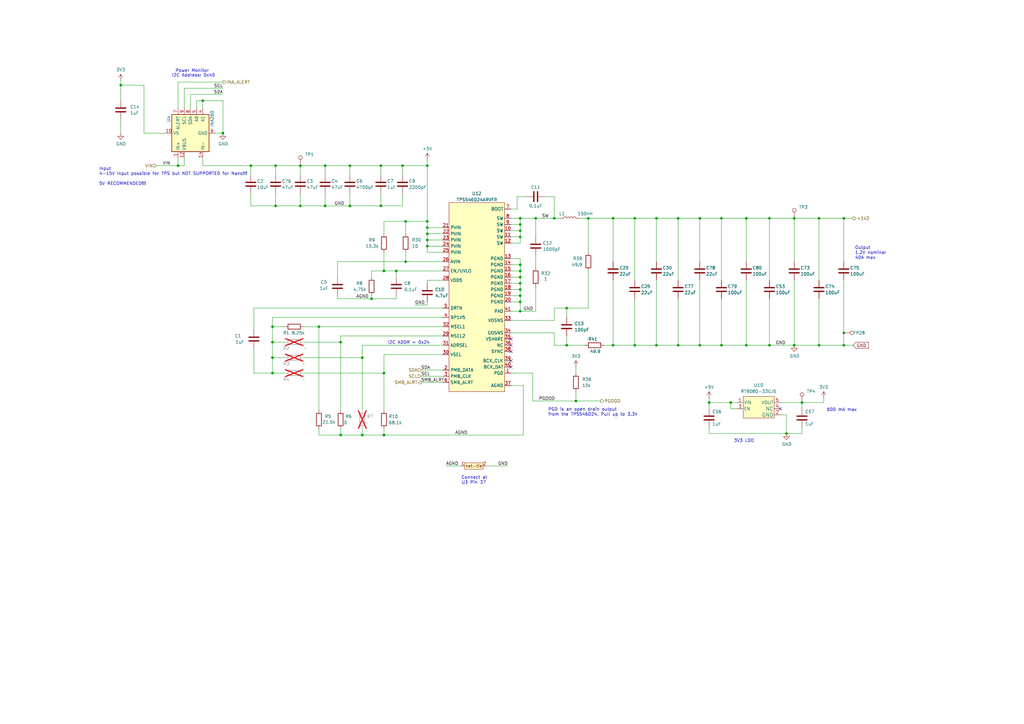
<source format=kicad_sch>
(kicad_sch (version 20231120) (generator "eeschema") (generator_version "8.0")
  (paper "A3")
  (title_block (title "BitForgeNano") (date "2024-06-21") (rev "1.0") (comment 1 "Licensed under CERN-OHL-W version 2"))
  (lib_symbols
    (symbol "+5V_1" (power) (pin_numbers hide) (pin_names (offset 0) hide)
      (property "Value" "+5V" (at 0 3.556 0))
      (symbol "+5V_1_0_1"
        (polyline (pts (xy -0.762 1.27) (xy 0 2.54)))
        (polyline (pts (xy 0 0) (xy 0 2.54)))
        (polyline (pts (xy 0 2.54) (xy 0.762 1.27)))
      )
      (symbol "+5V_1_1_1"
        (pin power_in line (at 0 0 90) (length 0) (name "~") (number "1"))
      )
    )
    (symbol "BitForgeNano:+3V3_1" (power) (pin_numbers hide) (pin_names (offset 0) hide)
      (property "Value" "+3V3" (at 0 3.556 0))
      (symbol "+3V3_1_0_1"
        (polyline (pts (xy -0.762 1.27) (xy 0 2.54)))
        (polyline (pts (xy 0 0) (xy 0 2.54)))
        (polyline (pts (xy 0 2.54) (xy 0.762 1.27)))
      )
      (symbol "+3V3_1_1_1"
        (pin power_in line (at 0 0 90) (length 0) (name "~") (number "1"))
      )
    )
    (symbol "BitForgeNano:C" (pin_numbers hide) (pin_names (offset 0.254))
      (property "Reference" "C" (at 0.635 2.54 0))
      (property "Value" "C" (at 0.635 -2.54 0))
      (symbol "C_0_1"
        (polyline (pts (xy -2.032 -0.762) (xy 2.032 -0.762)) (stroke (width 0.508)))
        (polyline (pts (xy -2.032 0.762) (xy 2.032 0.762)) (stroke (width 0.508)))
      )
      (symbol "C_1_1"
        (pin passive line (at 0 3.81 270) (length 2.794) (name "~") (number "1"))
        (pin passive line (at 0 -3.81 90) (length 2.794) (name "~") (number "2"))
      )
    )
    (symbol "BitForgeNano:GND" (power) (pin_numbers hide) (pin_names (offset 0) hide)
      (property "Value" "GND" (at 0 -3.81 0))
      (symbol "GND_0_1"
        (polyline (pts (xy 0 0) (xy 0 -1.27) (xy 1.27 -1.27) (xy 0 -2.54) (xy -1.27 -1.27) (xy 0 -1.27)))
      )
      (symbol "GND_1_1"
        (pin power_in line (at 0 0 270) (length 0) (name "~") (number "1"))
      )
    )
    (symbol "BitForgeNano:INA260"
      (property "Reference" "U" (at -6.35 8.89 0))
      (property "Value" "INA260" (at 2.54 8.89 0))
      (symbol "INA260_0_1"
        (rectangle (start -7.62 7.62) (end 7.62 -7.62) (stroke (width 0.254)) (fill (type background)))
      )
      (symbol "INA260_1_1"
        (pin passive line (at -10.16 5.08 0) (length 2.54) (name "IN+") (number "1"))
        (pin power_in line (at 0 10.16 270) (length 2.54) (name "VS") (number "10"))
        (pin passive line (at 0 -10.16 90) (length 2.54) hide (name "GND") (number "11"))
        (pin passive line (at -10.16 2.54 0) (length 2.54) (name "VBUS") (number "12"))
        (pin no_connect line (at 2.54 -7.62 90) (length 2.54) hide (name "NC") (number "13"))
        (pin passive line (at -10.16 -5.08 0) (length 2.54) (name "IN-") (number "14"))
        (pin passive line (at -10.16 -5.08 0) (length 2.54) hide (name "IN-") (number "15"))
        (pin passive line (at -10.16 -5.08 0) (length 2.54) hide (name "IN-") (number "16"))
        (pin passive line (at -10.16 5.08 0) (length 2.54) hide (name "IN+") (number "2"))
        (pin passive line (at -10.16 5.08 0) (length 2.54) hide (name "IN+") (number "3"))
        (pin input line (at 10.16 -5.08 180) (length 2.54) (name "A1") (number "4"))
        (pin input line (at 10.16 -2.54 180) (length 2.54) (name "A0") (number "5"))
        (pin power_in line (at 0 -10.16 90) (length 2.54) (name "GND") (number "6"))
        (pin open_collector line (at 10.16 5.08 180) (length 2.54) (name "ALERT") (number "7"))
        (pin bidirectional line (at 10.16 0 180) (length 2.54) (name "SDA") (number "8"))
        (pin input line (at 10.16 2.54 180) (length 2.54) (name "SCL") (number "9"))
      )
    )
    (symbol "BitForgeNano:L" (pin_numbers hide) (pin_names (offset 1.016) hide)
      (property "Reference" "L" (at -1.27 0 90))
      (property "Value" "L" (at 1.905 0 90))
      (symbol "L_0_1"
        (arc (start 0 -2.54) (mid 0.6323 -1.905) (end 0 -1.27))
        (arc (start 0 -1.27) (mid 0.6323 -0.635) (end 0 0))
        (arc (start 0 0) (mid 0.6323 0.635) (end 0 1.27))
        (arc (start 0 1.27) (mid 0.6323 1.905) (end 0 2.54))
      )
      (symbol "L_1_1"
        (pin passive line (at 0 3.81 270) (length 1.27) (name "1") (number "1"))
        (pin passive line (at 0 -3.81 90) (length 1.27) (name "2") (number "2"))
      )
    )
    (symbol "BitForgeNano:R" (pin_numbers hide) (pin_names (offset 0))
      (property "Reference" "R" (at 2.032 0 90))
      (property "Value" "R" (at 0 0 90))
      (symbol "R_0_1"
        (rectangle (start -1.016 -2.54) (end 1.016 2.54) (stroke (width 0.254)))
      )
      (symbol "R_1_1"
        (pin passive line (at 0 3.81 270) (length 1.27) (name "~") (number "1"))
        (pin passive line (at 0 -3.81 90) (length 1.27) (name "~") (number "2"))
      )
    )
    (symbol "BitForgeNano:RT9080-33GJ5" (pin_names (offset 0.254))
      (property "Reference" "U2" (at 0 8.382 0))
      (property "Value" "RT9080-33GJ5" (at 0 5.842 0))
      (symbol "RT9080-33GJ5_1_1"
        (rectangle (start -6.35 3.81) (end 6.35 -5.08) (stroke (width 0.1524)) (fill (type background)))
        (pin power_in line (at -8.89 1.27 0) (length 2.54) (name "VIN") (number "1"))
        (pin power_in line (at 8.89 -3.81 180) (length 2.54) (name "GND") (number "2"))
        (pin input line (at -8.89 -1.27 0) (length 2.54) (name "EN") (number "3"))
        (pin power_in line (at 8.89 -1.27 180) (length 2.54) (name "NC") (number "4"))
        (pin output line (at 8.89 1.27 180) (length 2.54) (name "VOUT") (number "5"))
      )
    )
    (symbol "BitForgeNano:TPS546D24"
      (property "Reference" "U10" (at 0 45.72 0))
      (property "Value" "TPS546D24ARVFR" (at 0 43.18 0))
      (symbol "TPS546D24_0_1"
        (rectangle (start -11.43 41.91) (end 11.43 -35.56) (stroke (width 0.1524)) (fill (type background)))
      )
      (symbol "TPS546D24_1_1"
        (pin input line (at 13.97 -27.94 180) (length 2.54) (name "PGD") (number "1"))
        (pin power_in line (at 13.97 30.48 180) (length 2.54) (name "SW") (number "10"))
        (pin output line (at 13.97 27.94 180) (length 2.54) (name "SW") (number "11"))
        (pin power_out line (at 13.97 25.4 180) (length 2.54) (name "SW") (number "12"))
        (pin output line (at 13.97 19.05 180) (length 2.54) (name "PGND") (number "13"))
        (pin output line (at 13.97 16.51 180) (length 2.54) (name "PGND") (number "14"))
        (pin input line (at 13.97 13.97 180) (length 2.54) (name "PGND") (number "15"))
        (pin input line (at 13.97 11.43 180) (length 2.54) (name "PGND") (number "16"))
        (pin power_in line (at 13.97 8.89 180) (length 2.54) (name "PGND") (number "17"))
        (pin input line (at 13.97 6.35 180) (length 2.54) (name "PGND") (number "18"))
        (pin input line (at 13.97 3.81 180) (length 2.54) (name "PGND") (number "19"))
        (pin input line (at -13.97 -26.67 0) (length 2.54) (name "PMB_DATA") (number "2"))
        (pin power_in line (at 13.97 1.27 180) (length 2.54) (name "PGND") (number "20"))
        (pin input line (at -13.97 31.75 0) (length 2.54) (name "PVIN") (number "21"))
        (pin input line (at -13.97 29.21 0) (length 2.54) (name "PVIN") (number "22"))
        (pin input line (at -13.97 26.67 0) (length 2.54) (name "PVIN") (number "23"))
        (pin input line (at -13.97 24.13 0) (length 2.54) (name "PVIN") (number "24"))
        (pin input line (at -13.97 21.59 0) (length 2.54) (name "PVIN") (number "25"))
        (pin input line (at -13.97 17.78 0) (length 2.54) (name "AVIN") (number "26"))
        (pin input line (at -13.97 13.97 0) (length 2.54) (name "EN/UVLO") (number "27"))
        (pin output line (at -13.97 10.16 0) (length 2.54) (name "VDD5") (number "28"))
        (pin input line (at -13.97 -12.7 0) (length 2.54) (name "MSEL2") (number "29"))
        (pin input line (at -13.97 -29.21 0) (length 2.54) (name "PMB_CLK") (number "3"))
        (pin input line (at -13.97 -20.32 0) (length 2.54) (name "VSEL") (number "30"))
        (pin input line (at -13.97 -16.51 0) (length 2.54) (name "ADRSEL") (number "31"))
        (pin input line (at -13.97 -8.89 0) (length 2.54) (name "MSEL1") (number "32"))
        (pin output line (at 13.97 -6.35 180) (length 2.54) (name "VOSNS") (number "33"))
        (pin output line (at 13.97 -11.43 180) (length 2.54) (name "GOSNS") (number "34"))
        (pin input line (at 13.97 -13.97 180) (length 2.54) (name "VSHARE") (number "35"))
        (pin input line (at 13.97 -16.51 180) (length 2.54) (name "NC") (number "36"))
        (pin power_in line (at 13.97 -33.02 180) (length 2.54) (name "AGND") (number "37"))
        (pin input line (at 13.97 -19.05 180) (length 2.54) (name "SYNC") (number "38"))
        (pin input line (at 13.97 -22.86 180) (length 2.54) (name "BCX_CLK") (number "39"))
        (pin input line (at -13.97 -5.08 0) (length 2.54) (name "BP1V5") (number "4"))
        (pin input line (at 13.97 -25.4 180) (length 2.54) (name "BCX_DAT") (number "40"))
        (pin power_in line (at 13.97 -2.54 180) (length 2.54) (name "PAD") (number "41"))
        (pin input line (at -13.97 -1.27 0) (length 2.54) (name "DRTN") (number "5"))
        (pin input line (at -13.97 -31.75 0) (length 2.54) (name "SMB_ALRT") (number "6"))
        (pin input line (at 13.97 39.37 180) (length 2.54) (name "BOOT") (number "7"))
        (pin output line (at 13.97 35.56 180) (length 2.54) (name "SW") (number "8"))
        (pin power_in line (at 13.97 33.02 180) (length 2.54) (name "SW") (number "9"))
      )
    )
    (symbol "BitForgeNano:TestPoint" (pin_numbers hide) (pin_names (offset 0.762) hide)
      (property "Reference" "TP" (at 0 6.858 0))
      (property "Value" "TestPoint" (at 0 5.08 0))
      (symbol "TestPoint_0_1"
        (circle (center 0 3.302) (radius 0.762))
      )
      (symbol "TestPoint_1_1"
        (pin passive line (at 0 0 90) (length 2.54) (name "1") (number "1"))
      )
    )
    (symbol "BitForgeNano:net-tie"
      (symbol "net-tie_0_1"
        (rectangle (start -3.81 1.27) (end 3.81 -1.27) (stroke (width 0.1524)) (fill (type background)))
      )
      (symbol "net-tie_1_0"
        (pin bidirectional line (at -5.08 0 0) (length 1.27) (name "") (number "1"))
        (pin bidirectional line (at 5.08 0 180) (length 1.27) (name "") (number "2"))
      )
      (symbol "net-tie_1_1"
        (text "net-tie" (at 0 0 0) (effects (font (size 1.27 1.27))))
      )
    )
  )
  (junction (at 290.83 165.1))
  (junction (at 335.915 141.605))
  (junction (at 213.36 121.285))
  (junction (at 269.24 141.605))
  (junction (at 157.48 111.125))
  (junction (at 111.76 153.035))
  (junction (at 241.3 89.535))
  (junction (at 143.51 84.455))
  (junction (at 322.58 177.8))
  (junction (at 306.07 89.535))
  (junction (at 157.48 153.035))
  (junction (at 123.19 67.945))
  (junction (at 346.075 141.605))
  (junction (at 213.36 92.075))
  (junction (at 83.185 41.275))
  (junction (at 328.93 165.1))
  (junction (at 133.35 84.455))
  (junction (at 175.26 93.345))
  (junction (at 325.755 89.535))
  (junction (at 148.59 146.685))
  (junction (at 162.56 111.125))
  (junction (at 139.7 178.435))
  (junction (at 251.46 141.605))
  (junction (at 111.76 146.685))
  (junction (at 213.36 116.205))
  (junction (at 213.36 89.535))
  (junction (at 165.1 67.945))
  (junction (at 113.03 67.945))
  (junction (at 278.13 141.605))
  (junction (at 133.35 67.945))
  (junction (at 152.4 122.555))
  (junction (at 113.03 84.455))
  (junction (at 287.02 89.535))
  (junction (at 213.36 97.155))
  (junction (at 213.36 118.745))
  (junction (at 139.7 140.335))
  (junction (at 213.36 127.635))
  (junction (at 278.13 89.535))
  (junction (at 315.595 89.535))
  (junction (at 175.26 95.885))
  (junction (at 346.075 89.535))
  (junction (at 213.36 111.125))
  (junction (at 166.37 90.805))
  (junction (at 73.025 67.945))
  (junction (at 166.37 107.315))
  (junction (at 325.755 141.605))
  (junction (at 232.41 126.365))
  (junction (at 295.91 89.535))
  (junction (at 299.72 165.1))
  (junction (at 175.26 98.425))
  (junction (at 123.19 84.455))
  (junction (at 148.59 178.435))
  (junction (at 251.46 89.535))
  (junction (at 156.21 67.945))
  (junction (at 175.26 67.945))
  (junction (at 232.41 141.605))
  (junction (at 346.075 136.525))
  (junction (at 295.91 141.605))
  (junction (at 157.48 178.435))
  (junction (at 213.36 123.825))
  (junction (at 219.71 89.535))
  (junction (at 213.36 94.615))
  (junction (at 269.24 89.535))
  (junction (at 111.76 140.335))
  (junction (at 315.595 141.605))
  (junction (at 213.36 113.665))
  (junction (at 260.35 89.535))
  (junction (at 175.26 100.965))
  (junction (at 213.36 108.585))
  (junction (at 227.33 89.535))
  (junction (at 130.81 133.985))
  (junction (at 49.53 34.925))
  (junction (at 156.21 84.455))
  (junction (at 175.26 90.805))
  (junction (at 102.87 67.945))
  (junction (at 111.76 133.985))
  (junction (at 287.02 141.605))
  (junction (at 306.07 141.605))
  (junction (at 143.51 67.945))
  (junction (at 335.915 89.535))
  (junction (at 260.35 141.605))
  (junction (at 91.44 54.61))
  (junction (at 236.22 164.465))
  (no_connect (at 320.04 167.64))
  (no_connect (at 209.55 147.955))
  (no_connect (at 209.55 141.605))
  (no_connect (at 209.55 139.065))
  (no_connect (at 209.55 144.145))
  (no_connect (at 209.55 150.495))
  (wire (pts (xy 287.02 114.935) (xy 287.02 141.605)))
  (wire (pts (xy 130.81 175.895) (xy 130.81 178.435)))
  (wire (pts (xy 59.055 34.925) (xy 59.055 54.61)))
  (wire (pts (xy 320.04 170.18) (xy 322.58 170.18)))
  (wire (pts (xy 232.41 126.365) (xy 241.3 126.365)))
  (wire (pts (xy 80.645 44.45) (xy 80.645 41.275)))
  (wire (pts (xy 148.59 175.895) (xy 148.59 178.435)))
  (wire (pts (xy 130.81 133.985) (xy 130.81 168.275)))
  (wire (pts (xy 278.13 89.535) (xy 287.02 89.535)))
  (wire (pts (xy 237.49 89.535) (xy 241.3 89.535)))
  (wire (pts (xy 290.83 165.1) (xy 299.72 165.1)))
  (wire (pts (xy 166.37 90.805) (xy 175.26 90.805)))
  (wire (pts (xy 213.36 121.285) (xy 213.36 123.825)))
  (wire (pts (xy 166.37 103.505) (xy 166.37 107.315)))
  (wire (pts (xy 213.36 97.155) (xy 213.36 94.615)))
  (wire (pts (xy 139.7 178.435) (xy 148.59 178.435)))
  (wire (pts (xy 166.37 95.885) (xy 166.37 90.805)))
  (wire (pts (xy 260.35 89.535) (xy 260.35 114.935)))
  (wire (pts (xy 138.43 122.555) (xy 152.4 122.555)))
  (wire (pts (xy 290.83 165.1) (xy 290.83 167.64)))
  (wire (pts (xy 219.71 117.475) (xy 219.71 127.635)))
  (wire (pts (xy 113.03 84.455) (xy 123.19 84.455)))
  (wire (pts (xy 124.46 146.685) (xy 148.59 146.685)))
  (wire (pts (xy 175.26 114.935) (xy 181.61 114.935)))
  (wire (pts (xy 104.14 126.365) (xy 181.61 126.365)))
  (wire (pts (xy 157.48 153.035) (xy 157.48 168.275)))
  (wire (pts (xy 209.55 111.125) (xy 213.36 111.125)))
  (wire (pts (xy 113.03 79.375) (xy 113.03 84.455)))
  (wire (pts (xy 182.88 191.135) (xy 189.23 191.135)))
  (wire (pts (xy 227.33 141.605) (xy 232.41 141.605)))
  (wire (pts (xy 162.56 121.285) (xy 162.56 122.555)))
  (wire (pts (xy 157.48 111.125) (xy 162.56 111.125)))
  (wire (pts (xy 269.24 89.535) (xy 269.24 107.315)))
  (wire (pts (xy 209.55 116.205) (xy 213.36 116.205)))
  (wire (pts (xy 209.55 158.115) (xy 214.63 158.115)))
  (wire (pts (xy 295.91 122.555) (xy 295.91 141.605)))
  (wire (pts (xy 148.59 141.605) (xy 181.61 141.605)))
  (wire (pts (xy 111.76 153.035) (xy 116.84 153.035)))
  (wire (pts (xy 218.44 164.465) (xy 236.22 164.465)))
  (wire (pts (xy 346.075 89.535) (xy 346.075 107.315)))
  (wire (pts (xy 251.46 89.535) (xy 251.46 107.315)))
  (wire (pts (xy 315.595 89.535) (xy 325.755 89.535)))
  (wire (pts (xy 170.18 125.095) (xy 175.26 125.095)))
  (wire (pts (xy 113.03 67.945) (xy 113.03 71.755)))
  (wire (pts (xy 172.72 154.305) (xy 181.61 154.305)))
  (wire (pts (xy 219.71 127.635) (xy 213.36 127.635)))
  (wire (pts (xy 148.59 178.435) (xy 157.48 178.435)))
  (wire (pts (xy 157.48 111.125) (xy 152.4 111.125)))
  (wire (pts (xy 175.26 98.425) (xy 181.61 98.425)))
  (wire (pts (xy 156.21 79.375) (xy 156.21 84.455)))
  (wire (pts (xy 251.46 89.535) (xy 260.35 89.535)))
  (wire (pts (xy 175.26 100.965) (xy 181.61 100.965)))
  (wire (pts (xy 325.755 107.315) (xy 325.755 89.535)))
  (wire (pts (xy 133.35 67.945) (xy 133.35 71.755)))
  (wire (pts (xy 209.55 106.045) (xy 213.36 106.045)))
  (wire (pts (xy 49.53 33.02) (xy 49.53 34.925)))
  (wire (pts (xy 290.83 177.8) (xy 290.83 175.26)))
  (wire (pts (xy 138.43 107.315) (xy 166.37 107.315)))
  (wire (pts (xy 236.22 164.465) (xy 246.38 164.465)))
  (wire (pts (xy 156.21 67.945) (xy 156.21 71.755)))
  (wire (pts (xy 346.075 136.525) (xy 346.075 141.605)))
  (wire (pts (xy 175.26 123.825) (xy 175.26 125.095)))
  (wire (pts (xy 102.87 67.945) (xy 113.03 67.945)))
  (wire (pts (xy 213.36 106.045) (xy 213.36 108.585)))
  (wire (pts (xy 75.565 36.195) (xy 91.44 36.195)))
  (wire (pts (xy 139.7 175.895) (xy 139.7 178.435)))
  (wire (pts (xy 315.595 89.535) (xy 315.595 114.935)))
  (wire (pts (xy 335.915 89.535) (xy 346.075 89.535)))
  (wire (pts (xy 227.33 131.445) (xy 227.33 126.365)))
  (wire (pts (xy 143.51 79.375) (xy 143.51 84.455)))
  (wire (pts (xy 75.565 64.77) (xy 75.565 67.945)))
  (wire (pts (xy 156.21 67.945) (xy 165.1 67.945)))
  (wire (pts (xy 209.55 99.695) (xy 213.36 99.695)))
  (wire (pts (xy 278.13 122.555) (xy 278.13 141.605)))
  (wire (pts (xy 306.07 114.935) (xy 306.07 141.605)))
  (wire (pts (xy 181.61 103.505) (xy 175.26 103.505)))
  (wire (pts (xy 133.35 84.455) (xy 143.51 84.455)))
  (wire (pts (xy 130.81 178.435) (xy 139.7 178.435)))
  (wire (pts (xy 83.185 64.77) (xy 83.185 67.945)))
  (wire (pts (xy 111.76 140.335) (xy 111.76 146.685)))
  (wire (pts (xy 49.53 34.925) (xy 59.055 34.925)))
  (wire (pts (xy 111.76 130.175) (xy 111.76 133.985)))
  (wire (pts (xy 130.81 133.985) (xy 181.61 133.985)))
  (wire (pts (xy 138.43 121.285) (xy 138.43 122.555)))
  (wire (pts (xy 218.44 153.035) (xy 218.44 164.465)))
  (wire (pts (xy 241.3 89.535) (xy 241.3 103.505)))
  (wire (pts (xy 175.26 95.885) (xy 175.26 98.425)))
  (wire (pts (xy 260.35 141.605) (xy 269.24 141.605)))
  (wire (pts (xy 175.26 67.945) (xy 175.26 90.805)))
  (wire (pts (xy 212.09 85.725) (xy 212.09 80.645)))
  (wire (pts (xy 148.59 141.605) (xy 148.59 146.685)))
  (wire (pts (xy 133.35 67.945) (xy 143.51 67.945)))
  (wire (pts (xy 325.755 89.535) (xy 335.915 89.535)))
  (wire (pts (xy 157.48 175.895) (xy 157.48 178.435)))
  (wire (pts (xy 299.72 165.1) (xy 302.26 165.1)))
  (wire (pts (xy 213.36 111.125) (xy 213.36 113.665)))
  (wire (pts (xy 209.55 108.585) (xy 213.36 108.585)))
  (wire (pts (xy 213.36 99.695) (xy 213.36 97.155)))
  (wire (pts (xy 213.36 116.205) (xy 213.36 118.745)))
  (wire (pts (xy 227.33 126.365) (xy 232.41 126.365)))
  (wire (pts (xy 175.26 95.885) (xy 181.61 95.885)))
  (wire (pts (xy 175.26 65.405) (xy 175.26 67.945)))
  (wire (pts (xy 269.24 141.605) (xy 278.13 141.605)))
  (wire (pts (xy 251.46 141.605) (xy 260.35 141.605)))
  (wire (pts (xy 143.51 84.455) (xy 156.21 84.455)))
  (wire (pts (xy 213.36 94.615) (xy 213.36 92.075)))
  (wire (pts (xy 251.46 114.935) (xy 251.46 141.605)))
  (wire (pts (xy 236.22 160.655) (xy 236.22 164.465)))
  (wire (pts (xy 213.36 123.825) (xy 209.55 123.825)))
  (wire (pts (xy 306.07 89.535) (xy 315.595 89.535)))
  (wire (pts (xy 287.02 141.605) (xy 295.91 141.605)))
  (wire (pts (xy 199.39 191.135) (xy 208.28 191.135)))
  (wire (pts (xy 143.51 67.945) (xy 143.51 71.755)))
  (wire (pts (xy 73.025 44.45) (xy 73.025 33.655)))
  (wire (pts (xy 181.61 130.175) (xy 111.76 130.175)))
  (wire (pts (xy 111.76 133.985) (xy 116.84 133.985)))
  (wire (pts (xy 175.26 93.345) (xy 181.61 93.345)))
  (wire (pts (xy 315.595 141.605) (xy 325.755 141.605)))
  (wire (pts (xy 88.265 54.61) (xy 91.44 54.61)))
  (wire (pts (xy 209.55 118.745) (xy 213.36 118.745)))
  (wire (pts (xy 346.075 114.935) (xy 346.075 136.525)))
  (wire (pts (xy 123.19 79.375) (xy 123.19 84.455)))
  (wire (pts (xy 156.21 84.455) (xy 165.1 84.455)))
  (wire (pts (xy 111.76 146.685) (xy 116.84 146.685)))
  (wire (pts (xy 152.4 121.285) (xy 152.4 122.555)))
  (wire (pts (xy 64.135 67.945) (xy 73.025 67.945)))
  (wire (pts (xy 175.26 90.805) (xy 175.26 93.345)))
  (wire (pts (xy 148.59 146.685) (xy 148.59 168.275)))
  (wire (pts (xy 175.26 98.425) (xy 175.26 100.965)))
  (wire (pts (xy 104.14 153.035) (xy 111.76 153.035)))
  (wire (pts (xy 227.33 136.525) (xy 227.33 141.605)))
  (wire (pts (xy 73.025 64.77) (xy 73.025 67.945)))
  (wire (pts (xy 157.48 103.505) (xy 157.48 111.125)))
  (wire (pts (xy 102.87 71.755) (xy 102.87 67.945)))
  (wire (pts (xy 166.37 107.315) (xy 181.61 107.315)))
  (wire (pts (xy 306.07 107.315) (xy 306.07 89.535)))
  (wire (pts (xy 278.13 141.605) (xy 287.02 141.605)))
  (wire (pts (xy 328.93 165.1) (xy 337.82 165.1)))
  (wire (pts (xy 157.48 95.885) (xy 157.48 90.805)))
  (wire (pts (xy 260.35 122.555) (xy 260.35 141.605)))
  (wire (pts (xy 172.72 151.765) (xy 181.61 151.765)))
  (wire (pts (xy 302.26 167.64) (xy 299.72 167.64)))
  (wire (pts (xy 295.91 141.605) (xy 306.07 141.605)))
  (wire (pts (xy 139.7 137.795) (xy 181.61 137.795)))
  (wire (pts (xy 91.44 41.275) (xy 91.44 54.61)))
  (wire (pts (xy 209.55 121.285) (xy 213.36 121.285)))
  (wire (pts (xy 143.51 67.945) (xy 156.21 67.945)))
  (wire (pts (xy 49.53 48.895) (xy 49.53 54.61)))
  (wire (pts (xy 320.04 165.1) (xy 328.93 165.1)))
  (wire (pts (xy 157.48 145.415) (xy 157.48 153.035)))
  (wire (pts (xy 49.53 34.925) (xy 49.53 41.275)))
  (wire (pts (xy 335.915 141.605) (xy 346.075 141.605)))
  (wire (pts (xy 157.48 178.435) (xy 214.63 178.435)))
  (wire (pts (xy 213.36 123.825) (xy 213.36 127.635)))
  (wire (pts (xy 124.46 133.985) (xy 130.81 133.985)))
  (wire (pts (xy 133.35 79.375) (xy 133.35 84.455)))
  (wire (pts (xy 209.55 153.035) (xy 218.44 153.035)))
  (wire (pts (xy 209.55 113.665) (xy 213.36 113.665)))
  (wire (pts (xy 83.185 41.275) (xy 91.44 41.275)))
  (wire (pts (xy 209.55 94.615) (xy 213.36 94.615)))
  (wire (pts (xy 138.43 113.665) (xy 138.43 107.315)))
  (wire (pts (xy 162.56 111.125) (xy 181.61 111.125)))
  (wire (pts (xy 299.72 167.64) (xy 299.72 165.1)))
  (wire (pts (xy 139.7 140.335) (xy 139.7 168.275)))
  (wire (pts (xy 236.22 153.035) (xy 236.22 150.495)))
  (wire (pts (xy 83.185 44.45) (xy 83.185 41.275)))
  (wire (pts (xy 223.52 80.645) (xy 227.33 80.645)))
  (wire (pts (xy 241.3 111.125) (xy 241.3 126.365)))
  (wire (pts (xy 214.63 158.115) (xy 214.63 178.435)))
  (wire (pts (xy 78.105 44.45) (xy 78.105 38.735)))
  (wire (pts (xy 337.82 163.195) (xy 337.82 165.1)))
  (wire (pts (xy 59.055 54.61) (xy 67.945 54.61)))
  (wire (pts (xy 290.83 177.8) (xy 322.58 177.8)))
  (wire (pts (xy 219.71 109.855) (xy 219.71 104.775)))
  (wire (pts (xy 102.87 84.455) (xy 113.03 84.455)))
  (wire (pts (xy 213.36 89.535) (xy 209.55 89.535)))
  (wire (pts (xy 139.7 137.795) (xy 139.7 140.335)))
  (wire (pts (xy 325.755 141.605) (xy 335.915 141.605)))
  (wire (pts (xy 247.65 141.605) (xy 251.46 141.605)))
  (wire (pts (xy 172.72 156.845) (xy 181.61 156.845)))
  (wire (pts (xy 152.4 111.125) (xy 152.4 113.665)))
  (wire (pts (xy 322.58 170.18) (xy 322.58 177.8)))
  (wire (pts (xy 213.36 118.745) (xy 213.36 121.285)))
  (wire (pts (xy 175.26 100.965) (xy 175.26 103.505)))
  (wire (pts (xy 278.13 89.535) (xy 278.13 114.935)))
  (wire (pts (xy 219.71 89.535) (xy 227.33 89.535)))
  (wire (pts (xy 111.76 140.335) (xy 116.84 140.335)))
  (wire (pts (xy 322.58 177.8) (xy 328.93 177.8)))
  (wire (pts (xy 232.41 141.605) (xy 240.03 141.605)))
  (wire (pts (xy 209.55 97.155) (xy 213.36 97.155)))
  (wire (pts (xy 232.41 137.795) (xy 232.41 141.605)))
  (wire (pts (xy 124.46 140.335) (xy 139.7 140.335)))
  (wire (pts (xy 306.07 141.605) (xy 315.595 141.605)))
  (wire (pts (xy 111.76 146.685) (xy 111.76 153.035)))
  (wire (pts (xy 75.565 44.45) (xy 75.565 36.195)))
  (wire (pts (xy 104.14 135.255) (xy 104.14 126.365)))
  (wire (pts (xy 209.55 127.635) (xy 213.36 127.635)))
  (wire (pts (xy 346.075 141.605) (xy 349.885 141.605)))
  (wire (pts (xy 175.26 116.205) (xy 175.26 114.935)))
  (wire (pts (xy 113.03 67.945) (xy 123.19 67.945)))
  (wire (pts (xy 209.55 85.725) (xy 212.09 85.725)))
  (wire (pts (xy 241.3 89.535) (xy 251.46 89.535)))
  (wire (pts (xy 328.93 165.1) (xy 328.93 167.64)))
  (wire (pts (xy 295.91 89.535) (xy 306.07 89.535)))
  (wire (pts (xy 73.025 33.655) (xy 91.44 33.655)))
  (wire (pts (xy 157.48 90.805) (xy 166.37 90.805)))
  (wire (pts (xy 209.55 136.525) (xy 227.33 136.525)))
  (wire (pts (xy 152.4 122.555) (xy 162.56 122.555)))
  (wire (pts (xy 73.025 67.945) (xy 75.565 67.945)))
  (wire (pts (xy 269.24 114.935) (xy 269.24 141.605)))
  (wire (pts (xy 295.91 89.535) (xy 295.91 114.935)))
  (wire (pts (xy 315.595 122.555) (xy 315.595 141.605)))
  (wire (pts (xy 213.36 89.535) (xy 219.71 89.535)))
  (wire (pts (xy 165.1 84.455) (xy 165.1 79.375)))
  (wire (pts (xy 260.35 89.535) (xy 269.24 89.535)))
  (wire (pts (xy 213.36 113.665) (xy 213.36 116.205)))
  (wire (pts (xy 349.885 89.535) (xy 346.075 89.535)))
  (wire (pts (xy 80.645 41.275) (xy 83.185 41.275)))
  (wire (pts (xy 328.93 175.26) (xy 328.93 177.8)))
  (wire (pts (xy 219.71 97.155) (xy 219.71 89.535)))
  (wire (pts (xy 227.33 89.535) (xy 229.87 89.535)))
  (wire (pts (xy 287.02 89.535) (xy 287.02 107.315)))
  (wire (pts (xy 325.755 114.935) (xy 325.755 141.605)))
  (wire (pts (xy 269.24 89.535) (xy 278.13 89.535)))
  (wire (pts (xy 209.55 131.445) (xy 227.33 131.445)))
  (wire (pts (xy 111.76 133.985) (xy 111.76 140.335)))
  (wire (pts (xy 335.915 89.535) (xy 335.915 114.935)))
  (wire (pts (xy 290.83 163.195) (xy 290.83 165.1)))
  (wire (pts (xy 78.105 38.735) (xy 91.44 38.735)))
  (wire (pts (xy 227.33 80.645) (xy 227.33 89.535)))
  (wire (pts (xy 287.02 89.535) (xy 295.91 89.535)))
  (wire (pts (xy 232.41 126.365) (xy 232.41 130.175)))
  (wire (pts (xy 102.87 79.375) (xy 102.87 84.455)))
  (wire (pts (xy 209.55 92.075) (xy 213.36 92.075)))
  (wire (pts (xy 212.09 80.645) (xy 215.9 80.645)))
  (wire (pts (xy 123.19 67.945) (xy 123.19 71.755)))
  (wire (pts (xy 104.14 142.875) (xy 104.14 153.035)))
  (wire (pts (xy 162.56 113.665) (xy 162.56 111.125)))
  (wire (pts (xy 175.26 93.345) (xy 175.26 95.885)))
  (wire (pts (xy 123.19 67.945) (xy 133.35 67.945)))
  (wire (pts (xy 165.1 67.945) (xy 165.1 71.755)))
  (wire (pts (xy 175.26 67.945) (xy 165.1 67.945)))
  (wire (pts (xy 335.915 122.555) (xy 335.915 141.605)))
  (wire (pts (xy 157.48 145.415) (xy 181.61 145.415)))
  (wire (pts (xy 213.36 92.075) (xy 213.36 89.535)))
  (wire (pts (xy 213.36 108.585) (xy 213.36 111.125)))
  (wire (pts (xy 123.19 84.455) (xy 133.35 84.455)))
  (wire (pts (xy 83.185 67.945) (xy 102.87 67.945)))
  (wire (pts (xy 124.46 153.035) (xy 157.48 153.035)))
  (text "3V3 LDO" (at 300.99 181.61 0) (effects (font (size 1.27 1.27)) (justify left bottom)))
  (text "PGD is an open drain output\nfrom the TPS546D24. Pull up to 3.3V" (at 224.79 170.815 0) (effects (font (size 1.27 1.27)) (justify left bottom)))
  (text "Output \n1.2V nominal\n40A max" (at 350.647 106.553 0) (effects (font (size 1.27 1.27)) (justify left bottom)))
  (text "I2C ADDR = 0x24" (at 159.004 141.351 0) (effects (font (size 1.27 1.27)) (justify left bottom)))
  (text "Connect at\nU3 Pin 37" (at 189.23 198.755 0) (effects (font (size 1.27 1.27)) (justify left bottom)))
  (text "600 mA max" (at 339.09 168.91 0) (effects (font (size 1.27 1.27)) (justify left bottom)))
  (text "I2C Address: 0x40" (at 88.265 31.75 0) (effects (font (size 1.27 1.27)) (justify right bottom)))
  (text "Power Monitor" (at 85.725 29.845 0) (effects (font (size 1.27 1.27)) (justify right bottom)))
  (text "Input \n4-15V Input possible for TPS but NOT SUPPORTED for Nano!!!\n\n5V RECOMMENDED!!!" (at 40.64 76.2 0) (effects (font (size 1.27 1.27)) (justify left bottom)))
  (label "GND" (at 208.28 191.135 180))
  (label "AGND" (at 182.88 191.135 0))
  (label "SW" (at 222.25 89.535 0))
  (label "SMB_ALRT" (at 172.72 156.845 0))
  (label "SDA" (at 172.72 151.765 0))
  (label "GND" (at 170.18 125.095 0))
  (label "SCL" (at 91.44 36.195 180))
  (label "AGND" (at 146.05 122.555 0))
  (label "GND" (at 214.63 127.635 0))
  (label "PGOOD" (at 220.98 164.465 0))
  (label "VIN" (at 66.675 67.945 0))
  (label "GND" (at 137.16 84.455 0))
  (label "AGND" (at 191.77 178.435 180))
  (label "GND" (at 318.135 141.605 0))
  (label "SDA" (at 91.44 38.735 180))
  (label "SCL" (at 172.72 154.305 0))
  (global_label "GND" (shape input) (at 349.885 141.605 0) (property "Intersheetrefs" "${INTERSHEET_REFS}" (effects (hide yes))))
  (hierarchical_label "SDA" (shape input) (at 172.72 151.765 180))
  (hierarchical_label "+1V2" (shape output) (at 349.885 89.535 0))
  (hierarchical_label "SMB_ALRT" (shape output) (at 172.72 156.845 180))
  (hierarchical_label "SCL" (shape input) (at 172.72 154.305 180))
  (hierarchical_label "PGOOD" (shape output) (at 246.38 164.465 0))
  (hierarchical_label "INA_ALERT" (shape output) (at 91.44 33.655 0))
  (hierarchical_label "VIN" (shape input) (at 64.135 67.945 180))
  (symbol (lib_id "BitForgeNano:+3V3_1") (at 236.22 150.495 0) (unit 1)
    (property "Reference" "#PWR05" (effects (hide yes)))
    (property "Value" "3V3" (at 236.22 146.05 0))
    (property "Description" "Power symbol creates a global label with name \"+3V3\"" (effects (hide yes)))
  )
  (symbol (lib_id "BitForgeNano:C") (at 328.93 171.45 0) (unit 1)
    (property "Reference" "C57" (at 330.2 169.545 0) (effects (justify left bottom)))
    (property "Value" "1uF" (at 330.2 174.625 0) (effects (justify left bottom)))
    (property "Footprint" "Capacitor_SMD:C_0402_1005Metric" (effects (hide yes)))
    (property "Description" "Unpolarized capacitor" (effects (hide yes)))
    (property "DK" "587-5514-1-ND" (effects (hide yes)))
    (property "PARTNO" "EMK105BJ105MV-F" (effects (hide yes)))
  )
  (symbol (lib_id "BitForgeNano:TestPoint") (at 325.755 89.535 0) (unit 1)
    (property "Reference" "TP3" (at 327.66 84.9629 0) (effects (justify left)))
    (property "Value" "TestPoint" (effects (hide yes)))
    (property "Footprint" "BitForgeNano:TestPoint_Pad_D1.0mm" (effects (hide yes)))
    (property "Description" "test point" (effects (hide yes)))
  )
  (symbol (lib_id "BitForgeNano:C") (at 290.83 171.45 0) (unit 1)
    (property "Reference" "C56" (at 292.1 169.545 0) (effects (justify left bottom)))
    (property "Value" "1uF" (at 292.1 174.625 0) (effects (justify left bottom)))
    (property "Footprint" "Capacitor_SMD:C_0402_1005Metric" (effects (hide yes)))
    (property "Description" "Unpolarized capacitor" (effects (hide yes)))
    (property "DK" "587-5514-1-ND" (effects (hide yes)))
    (property "PARTNO" "EMK105BJ105MV-F" (effects (hide yes)))
  )
  (symbol (lib_id "BitForgeNano:R") (at 157.48 172.085 0) (unit 1)
    (property "Reference" "R10" (at 159.385 170.815 0) (effects (justify left)))
    (property "Value" "68.1k" (at 159.385 173.355 0) (effects (justify left)))
    (property "Footprint" "Resistor_SMD:R_0402_1005Metric" (effects (hide yes)))
    (property "Description" "Resistor" (effects (hide yes)))
    (property "DK" "YAG3213CT-ND" (effects (hide yes)))
    (property "PARTNO" "RC0402FR-0768K1L" (effects (hide yes)))
  )
  (symbol (lib_id "BitForgeNano:+3V3_1") (at 49.53 33.02 0) (unit 1)
    (property "Reference" "#PWR01" (effects (hide yes)))
    (property "Value" "3V3" (at 49.53 28.575 0))
    (property "Description" "Power symbol creates a global label with name \"+3V3\"" (effects (hide yes)))
  )
  (symbol (lib_name "+5V_1") (lib_id "BitForgeNano:+5V_1") (at 290.83 163.195 0) (unit 1)
    (property "Reference" "#PWR025" (effects (hide yes)))
    (property "Value" "+5V" (at 290.83 158.75 0))
    (property "Description" "Power symbol creates a global label with name \"+5V\"" (effects (hide yes)))
  )
  (symbol (lib_id "BitForgeNano:C") (at 260.35 118.745 0) (unit 1)
    (property "Reference" "C25" (at 262.89 117.475 0) (effects (justify left)))
    (property "Value" "22uF" (at 262.89 120.015 0) (effects (justify left)))
    (property "Footprint" "Capacitor_SMD:C_0805_2012Metric" (effects (hide yes)))
    (property "Description" "Unpolarized capacitor" (effects (hide yes)))
    (property "DK" "490-10746-1-ND" (effects (hide yes)))
    (property "PARTNO" "GRM21BR61A226ME44L" (effects (hide yes)))
  )
  (symbol (lib_id "BitForgeNano:C") (at 219.71 100.965 180) (unit 1)
    (property "Reference" "C12" (at 224.536 99.695 0))
    (property "Value" "1000pF" (at 226.314 102.235 0))
    (property "Footprint" "Capacitor_SMD:C_0805_2012Metric" (effects (hide yes)))
    (property "Description" "Unpolarized capacitor" (effects (hide yes)))
    (property "DK" "311-1127-1-ND" (effects (hide yes)))
    (property "PARTNO" "CC0805KRX7R9BB102" (effects (hide yes)))
  )
  (symbol (lib_id "BitForgeNano:R") (at 152.4 117.475 0) (unit 1)
    (property "Reference" "R8" (at 146.05 116.205 0) (effects (justify left)))
    (property "Value" "4.75k" (at 144.78 118.745 0) (effects (justify left)))
    (property "Footprint" "Resistor_SMD:R_0402_1005Metric" (effects (hide yes)))
    (property "Description" "Resistor" (effects (hide yes)))
    (property "DK" "541-4.75KLCT-ND" (effects (hide yes)))
    (property "PARTNO" "CRCW04024K75FKED" (effects (hide yes)))
  )
  (symbol (lib_id "BitForgeNano:R") (at 120.65 146.685 90) (unit 1) (dnp yes)
    (property "Reference" "R3" (at 118.745 149.225 90) (effects (justify left)))
    (property "Value" "~" (at 125.095 149.225 90) (effects (justify left)))
    (property "Footprint" "Resistor_SMD:R_0402_1005Metric" (effects (hide yes)))
    (property "Description" "Resistor" (effects (hide yes)))
  )
  (symbol (lib_id "BitForgeNano:C") (at 143.51 75.565 0) (unit 1)
    (property "Reference" "C6" (at 146.05 74.295 0) (effects (justify left)))
    (property "Value" "4700pF" (at 146.05 76.835 0) (effects (justify left)))
    (property "Footprint" "Capacitor_SMD:C_0402_1005Metric" (effects (hide yes)))
    (property "Description" "Unpolarized capacitor" (effects (hide yes)))
    (property "DK" "490-1309-1-ND" (effects (hide yes)))
    (property "PARTNO" "GRM155R71E472KA01D" (effects (hide yes)))
  )
  (symbol (lib_id "BitForgeNano:R") (at 139.7 172.085 0) (unit 1)
    (property "Reference" "R6" (at 141.605 170.815 0) (effects (justify left)))
    (property "Value" "0" (at 140.97 173.355 0) (effects (justify left)))
    (property "Footprint" "Resistor_SMD:R_0402_1005Metric" (effects (hide yes)))
    (property "Description" "Resistor" (effects (hide yes)))
    (property "DK" "311-0.0JRCT-ND" (effects (hide yes)))
    (property "PARTNO" "RC0402JR-070RL" (effects (hide yes)))
  )
  (symbol (lib_id "BitForgeNano:net-tie") (at 194.31 191.135 0) (unit 1) (in_bom no)
    (property "Reference" "T1" (effects (hide yes)))
    (property "Value" "net-tie" (effects (hide yes)))
    (property "Footprint" "bitaxe:NetTie-0.25mm" (effects (hide yes)))
  )
  (symbol (lib_id "BitForgeNano:R") (at 157.48 99.695 0) (unit 1)
    (property "Reference" "R9" (at 151.13 98.425 0) (effects (justify left)))
    (property "Value" "13.3k" (at 149.86 100.965 0) (effects (justify left)))
    (property "Footprint" "Resistor_SMD:R_0402_1005Metric" (effects (hide yes)))
    (property "Description" "Resistor" (effects (hide yes)))
    (property "DK" "541-13.3KLCT-ND" (effects (hide yes)))
    (property "PARTNO" "CRCW040213K3FKED" (effects (hide yes)))
  )
  (symbol (lib_id "BitForgeNano:C") (at 251.46 111.125 0) (unit 1)
    (property "Reference" "C20" (at 254 109.855 0) (effects (justify left)))
    (property "Value" "22uF" (at 254 112.395 0) (effects (justify left)))
    (property "Footprint" "Capacitor_SMD:C_0805_2012Metric" (effects (hide yes)))
    (property "Description" "Unpolarized capacitor" (effects (hide yes)))
    (property "DK" "490-10746-1-ND" (effects (hide yes)))
    (property "PARTNO" "GRM21BR61A226ME44L" (effects (hide yes)))
  )
  (symbol (lib_id "BitForgeNano:C") (at 165.1 75.565 0) (unit 1)
    (property "Reference" "C9" (at 167.64 74.295 0) (effects (justify left)))
    (property "Value" "2200pF" (at 167.64 76.835 0) (effects (justify left)))
    (property "Footprint" "Capacitor_SMD:C_0402_1005Metric" (effects (hide yes)))
    (property "Description" "Unpolarized capacitor" (effects (hide yes)))
    (property "DK" "490-8257-1-ND" (effects (hide yes)))
    (property "PARTNO" "GRM155R61H222KA01D" (effects (hide yes)))
  )
  (symbol (lib_id "BitForgeNano:C") (at 335.915 118.745 0) (unit 1)
    (property "Reference" "C74" (at 338.455 117.475 0) (effects (justify left)))
    (property "Value" "100uF" (at 338.455 120.015 0) (effects (justify left)))
    (property "Footprint" "Capacitor_SMD:C_1206_3216Metric" (effects (hide yes)))
    (property "Description" "Unpolarized capacitor" (effects (hide yes)))
    (property "DK" "1276-1782-2-ND" (effects (hide yes)))
    (property "PARTNO" "CL31A107MQHNNNE" (effects (hide yes)))
  )
  (symbol (lib_id "BitForgeNano:INA260") (at 78.105 54.61 90) (unit 1)
    (property "Reference" "U4" (at 69.215 50.165 0) (effects (justify left)))
    (property "Value" "INA260" (at 86.995 52.07 0) (effects (justify left)))
    (property "Footprint" "Package_SO:TSSOP-16_4.4x5mm_P0.65mm" (effects (hide yes)))
    (property "Datasheet" "http://www.ti.com/lit/ds/symlink/ina260.pdf" (effects (hide yes)))
    (property "Description" "Current/power/voltage monitor with Integrated 2mΩ Shunt Resistor, 2.7V - 5.5V, I2C, TSSOP-16" (effects (hide yes)))
    (property "PARTNO" "INA260AIPW" (effects (hide yes)))
    (property "DK" "296-45218-5-ND" (effects (hide yes)))
  )
  (symbol (lib_id "BitForgeNano:C") (at 278.13 118.745 0) (unit 1)
    (property "Reference" "C77" (at 280.67 117.475 0) (effects (justify left)))
    (property "Value" "22uF" (at 280.67 120.015 0) (effects (justify left)))
    (property "Footprint" "Capacitor_SMD:C_0805_2012Metric" (effects (hide yes)))
    (property "Description" "Unpolarized capacitor" (effects (hide yes)))
    (property "DK" "490-10746-1-ND" (effects (hide yes)))
    (property "PARTNO" "GRM21BR61A226ME44L" (effects (hide yes)))
  )
  (symbol (lib_id "BitForgeNano:C") (at 295.91 118.745 0) (unit 1)
    (property "Reference" "C79" (at 298.45 117.475 0) (effects (justify left)))
    (property "Value" "100uF" (at 298.45 120.015 0) (effects (justify left)))
    (property "Footprint" "Capacitor_SMD:C_1206_3216Metric" (effects (hide yes)))
    (property "Description" "Unpolarized capacitor" (effects (hide yes)))
    (property "DK" "1276-1782-2-ND" (effects (hide yes)))
    (property "PARTNO" "CL31A107MQHNNNE" (effects (hide yes)))
  )
  (symbol (lib_id "BitForgeNano:C") (at 104.14 139.065 0) (unit 1)
    (property "Reference" "C1" (at 96.266 137.795 0) (effects (justify left)))
    (property "Value" "1uF" (at 96.52 140.335 0) (effects (justify left)))
    (property "Footprint" "Capacitor_SMD:C_0402_1005Metric" (effects (hide yes)))
    (property "Description" "Unpolarized capacitor" (effects (hide yes)))
    (property "DK" "587-5514-1-ND" (effects (hide yes)))
    (property "PARTNO" "EMK105BJ105MV-F" (effects (hide yes)))
  )
  (symbol (lib_id "BitForgeNano:GND") (at 49.53 54.61 0) (unit 1)
    (property "Reference" "#PWR029" (effects (hide yes)))
    (property "Value" "GND" (at 49.657 59.0042 0))
    (property "Description" "Power symbol creates a global label with name \"GND\" , ground" (effects (hide yes)))
  )
  (symbol (lib_id "BitForgeNano:L") (at 233.68 89.535 90) (unit 1)
    (property "Reference" "L1" (at 230.505 87.63 90))
    (property "Value" "150nH" (at 240.03 87.63 90))
    (property "Footprint" "BitForgeNano:FP1007R3-R15-R" (effects (hide yes)))
    (property "Description" "Inductor" (effects (hide yes)))
    (property "PARTNO" "FP1007R3-R15-R" (effects (hide yes)))
    (property "DK" "283-FP1007R3-R15-RCT-ND" (effects (hide yes)))
  )
  (symbol (lib_id "BitForgeNano:R") (at 243.84 141.605 90) (unit 1)
    (property "Reference" "R41" (at 245.11 139.065 90) (effects (justify left)))
    (property "Value" "49.9" (at 246.38 144.145 90) (effects (justify left)))
    (property "Footprint" "Resistor_SMD:R_0402_1005Metric" (effects (hide yes)))
    (property "Description" "Resistor" (effects (hide yes)))
    (property "DK" "311-49.9LRCT-ND" (effects (hide yes)))
    (property "PARTNO" "RC0402FR-0749R9L" (effects (hide yes)))
  )
  (symbol (lib_id "BitForgeNano:+3V3_1") (at 337.82 163.195 0) (unit 1)
    (property "Reference" "#PWR024" (effects (hide yes)))
    (property "Value" "3V3" (at 337.82 158.75 0))
    (property "Description" "Power symbol creates a global label with name \"+3V3\"" (effects (hide yes)))
  )
  (symbol (lib_id "BitForgeNano:C") (at 269.24 111.125 0) (unit 1)
    (property "Reference" "C30" (at 271.78 109.855 0) (effects (justify left)))
    (property "Value" "22uF" (at 271.78 112.395 0) (effects (justify left)))
    (property "Footprint" "Capacitor_SMD:C_0805_2012Metric" (effects (hide yes)))
    (property "Description" "Unpolarized capacitor" (effects (hide yes)))
    (property "DK" "490-10746-1-ND" (effects (hide yes)))
    (property "PARTNO" "GRM21BR61A226ME44L" (effects (hide yes)))
  )
  (symbol (lib_id "BitForgeNano:TestPoint") (at 328.93 165.1 0) (unit 1)
    (property "Reference" "TP4" (at 330.835 160.5279 0) (effects (justify left)))
    (property "Value" "TestPoint" (effects (hide yes)))
    (property "Footprint" "BitForgeNano:TestPoint_Pad_D1.0mm" (effects (hide yes)))
    (property "Description" "test point" (effects (hide yes)))
  )
  (symbol (lib_id "BitForgeNano:C") (at 325.755 111.125 0) (unit 1)
    (property "Reference" "C73" (at 328.295 109.855 0) (effects (justify left)))
    (property "Value" "100uF" (at 328.295 112.395 0) (effects (justify left)))
    (property "Footprint" "Capacitor_SMD:C_1206_3216Metric" (effects (hide yes)))
    (property "Description" "Unpolarized capacitor" (effects (hide yes)))
    (property "DK" "1276-1782-2-ND" (effects (hide yes)))
    (property "PARTNO" "CL31A107MQHNNNE" (effects (hide yes)))
  )
  (symbol (lib_id "BitForgeNano:C") (at 346.075 111.125 0) (unit 1)
    (property "Reference" "C75" (at 348.615 109.855 0) (effects (justify left)))
    (property "Value" "100uF" (at 348.615 112.395 0) (effects (justify left)))
    (property "Footprint" "Capacitor_SMD:C_1206_3216Metric" (effects (hide yes)))
    (property "Description" "Unpolarized capacitor" (effects (hide yes)))
    (property "DK" "1276-1782-2-ND" (effects (hide yes)))
    (property "PARTNO" "CL31A107MQHNNNE" (effects (hide yes)))
  )
  (symbol (lib_id "BitForgeNano:C") (at 138.43 117.475 180) (unit 1)
    (property "Reference" "C5" (at 132.842 115.697 0))
    (property "Value" "1uF" (at 132.842 118.237 0))
    (property "Footprint" "Capacitor_SMD:C_0402_1005Metric" (effects (hide yes)))
    (property "Description" "Unpolarized capacitor" (effects (hide yes)))
    (property "DK" "587-5514-1-ND" (effects (hide yes)))
    (property "PARTNO" "EMK105BJ105MV-F" (effects (hide yes)))
  )
  (symbol (lib_id "BitForgeNano:TestPoint") (at 123.19 67.945 0) (unit 1)
    (property "Reference" "TP1" (at 125.095 63.3729 0) (effects (justify left)))
    (property "Value" "TestPoint" (effects (hide yes)))
    (property "Footprint" "BitForgeNano:TestPoint_Pad_D1.0mm" (effects (hide yes)))
    (property "Description" "test point" (effects (hide yes)))
  )
  (symbol (lib_id "BitForgeNano:C") (at 306.07 111.125 0) (unit 1)
    (property "Reference" "C80" (at 308.61 109.855 0) (effects (justify left)))
    (property "Value" "100uF" (at 308.61 112.395 0) (effects (justify left)))
    (property "Footprint" "Capacitor_SMD:C_1206_3216Metric" (effects (hide yes)))
    (property "Description" "Unpolarized capacitor" (effects (hide yes)))
    (property "DK" "1276-1782-2-ND" (effects (hide yes)))
    (property "PARTNO" "CL31A107MQHNNNE" (effects (hide yes)))
  )
  (symbol (lib_id "BitForgeNano:GND") (at 325.755 141.605 0) (unit 1)
    (property "Reference" "#PWR028" (effects (hide yes)))
    (property "Value" "GND" (at 325.882 145.9992 0))
    (property "Description" "Power symbol creates a global label with name \"GND\" , ground" (effects (hide yes)))
  )
  (symbol (lib_id "BitForgeNano:C") (at 113.03 75.565 0) (unit 1)
    (property "Reference" "C76" (at 115.57 74.295 0) (effects (justify left)))
    (property "Value" "47uF" (at 115.57 76.835 0) (effects (justify left)))
    (property "Footprint" "Capacitor_SMD:C_1210_3225Metric" (effects (hide yes)))
    (property "Description" "Unpolarized capacitor" (effects (hide yes)))
    (property "DK" "1276-3376-1-ND" (effects (hide yes)))
    (property "PARTNO" "CL32A476KOJNNNE" (effects (hide yes)))
  )
  (symbol (lib_id "BitForgeNano:R") (at 236.22 156.845 180) (unit 1)
    (property "Reference" "R36" (at 238.76 155.5749 0) (effects (justify right)))
    (property "Value" "10k" (at 238.76 158.1149 0) (effects (justify right)))
    (property "Footprint" "Resistor_SMD:R_0402_1005Metric" (effects (hide yes)))
    (property "Description" "Resistor" (effects (hide yes)))
    (property "DK" "311-10KJRCT-ND" (effects (hide yes)))
    (property "PARTNO" "RC0402JR-0710KL" (effects (hide yes)))
  )
  (symbol (lib_id "BitForgeNano:C") (at 102.87 75.565 0) (unit 1)
    (property "Reference" "C2" (at 105.41 74.295 0) (effects (justify left)))
    (property "Value" "10uF" (at 105.41 76.835 0) (effects (justify left)))
    (property "Footprint" "Capacitor_SMD:C_0805_2012Metric" (effects (hide yes)))
    (property "Description" "Unpolarized capacitor" (effects (hide yes)))
    (property "DK" "1276-1096-1-ND" (effects (hide yes)))
    (property "PARTNO" "CL21A106KOQNNNE" (effects (hide yes)))
  )
  (symbol (lib_id "BitForgeNano:R") (at 166.37 99.695 0) (unit 1)
    (property "Reference" "R30" (at 168.91 98.4249 0) (effects (justify left)))
    (property "Value" "10" (at 168.91 100.9649 0) (effects (justify left)))
    (property "Footprint" "Resistor_SMD:R_0402_1005Metric" (effects (hide yes)))
    (property "Description" "Resistor" (effects (hide yes)))
    (property "DK" "311-10.0LRCT-ND" (effects (hide yes)))
    (property "PARTNO" "RC0402FR-0710RL" (effects (hide yes)))
  )
  (symbol (lib_id "BitForgeNano:R") (at 241.3 107.315 0) (unit 1)
    (property "Reference" "R39" (at 234.95 106.045 0) (effects (justify left)))
    (property "Value" "49.9" (at 234.442 108.585 0) (effects (justify left)))
    (property "Footprint" "Resistor_SMD:R_0402_1005Metric" (effects (hide yes)))
    (property "Description" "Resistor" (effects (hide yes)))
    (property "DK" "311-49.9LRCT-ND" (effects (hide yes)))
    (property "PARTNO" "RC0402FR-0749R9L" (effects (hide yes)))
  )
  (symbol (lib_id "BitForgeNano:R") (at 148.59 172.085 0) (unit 1) (dnp yes)
    (property "Reference" "R7" (at 150.495 170.815 0) (effects (justify left)))
    (property "Value" "~" (at 149.86 173.355 0) (effects (justify left)))
    (property "Footprint" "Resistor_SMD:R_0402_1005Metric" (effects (hide yes)))
    (property "Description" "Resistor" (effects (hide yes)))
  )
  (symbol (lib_id "BitForgeNano:C") (at 287.02 111.125 0) (unit 1)
    (property "Reference" "C78" (at 289.56 109.855 0) (effects (justify left)))
    (property "Value" "22uF" (at 289.56 112.395 0) (effects (justify left)))
    (property "Footprint" "Capacitor_SMD:C_0805_2012Metric" (effects (hide yes)))
    (property "Description" "Unpolarized capacitor" (effects (hide yes)))
    (property "DK" "490-10746-1-ND" (effects (hide yes)))
    (property "PARTNO" "GRM21BR61A226ME44L" (effects (hide yes)))
  )
  (symbol (lib_id "BitForgeNano:C") (at 123.19 75.565 0) (unit 1)
    (property "Reference" "C3" (at 125.73 74.295 0) (effects (justify left)))
    (property "Value" "47uF" (at 125.73 76.835 0) (effects (justify left)))
    (property "Footprint" "Capacitor_SMD:C_1210_3225Metric" (effects (hide yes)))
    (property "Description" "Unpolarized capacitor" (effects (hide yes)))
    (property "DK" "1276-3376-1-ND" (effects (hide yes)))
    (property "PARTNO" "CL32A476KOJNNNE" (effects (hide yes)))
  )
  (symbol (lib_id "BitForgeNano:R") (at 120.65 133.985 90) (unit 1)
    (property "Reference" "R1" (at 118.745 136.525 90) (effects (justify left)))
    (property "Value" "8.25k" (at 125.095 136.525 90) (effects (justify left)))
    (property "Footprint" "Resistor_SMD:R_0402_1005Metric" (effects (hide yes)))
    (property "Description" "Resistor" (effects (hide yes)))
    (property "DK" "541-14.7KLCT-ND" (effects (hide yes)))
    (property "PARTNO" "CRCW040214K7FKED" (effects (hide yes)))
  )
  (symbol (lib_id "BitForgeNano:R") (at 120.65 140.335 90) (unit 1) (dnp yes)
    (property "Reference" "R2" (at 118.745 142.875 90) (effects (justify left)))
    (property "Value" "~" (at 125.73 142.875 90) (effects (justify left)))
    (property "Footprint" "Resistor_SMD:R_0402_1005Metric" (effects (hide yes)))
    (property "Description" "Resistor" (effects (hide yes)))
  )
  (symbol (lib_id "BitForgeNano:C") (at 315.595 118.745 0) (unit 1)
    (property "Reference" "C53" (at 318.135 117.475 0) (effects (justify left)))
    (property "Value" "100uF" (at 318.135 120.015 0) (effects (justify left)))
    (property "Footprint" "Capacitor_SMD:C_1206_3216Metric" (effects (hide yes)))
    (property "Description" "Unpolarized capacitor" (effects (hide yes)))
    (property "DK" "1276-1782-2-ND" (effects (hide yes)))
    (property "PARTNO" "CL31A107MQHNNNE" (effects (hide yes)))
  )
  (symbol (lib_id "BitForgeNano:C") (at 175.26 120.015 0) (unit 1)
    (property "Reference" "C10" (at 178.435 118.745 0) (effects (justify left)))
    (property "Value" "4.7uF" (at 178.435 121.285 0) (effects (justify left)))
    (property "Footprint" "Capacitor_SMD:C_0402_1005Metric" (effects (hide yes)))
    (property "Description" "Unpolarized capacitor" (effects (hide yes)))
    (property "DK" "490-14306-1-ND" (effects (hide yes)))
    (property "PARTNO" "GRM155R61A475MEAAD" (effects (hide yes)))
  )
  (symbol (lib_id "BitForgeNano:R") (at 130.81 172.085 180) (unit 1)
    (property "Reference" "R5" (at 135.89 170.815 0) (effects (justify left)))
    (property "Value" "21.5k" (at 137.668 173.101 0) (effects (justify left)))
    (property "Footprint" "Resistor_SMD:R_0402_1005Metric" (effects (hide yes)))
    (property "Description" "Resistor" (effects (hide yes)))
    (property "DK" "541-21.5KLCT-ND" (effects (hide yes)))
    (property "PARTNO" "CRCW040221K5FKED" (effects (hide yes)))
  )
  (symbol (lib_id "BitForgeNano:TestPoint") (at 346.075 136.525 270) (mirror x) (unit 1) (in_bom no)
    (property "Reference" "TP28" (at 352.425 136.525 90))
    (property "Value" "TestPoint" (effects (hide yes)))
    (property "Footprint" "TestPoint:TestPoint_Pad_D1.5mm" (effects (hide yes)))
    (property "Description" "test point" (effects (hide yes)))
  )
  (symbol (lib_id "BitForgeNano:C") (at 219.71 80.645 90) (unit 1)
    (property "Reference" "C11" (at 219.71 76.835 90))
    (property "Value" "0.1uF" (at 219.71 84.455 90))
    (property "Footprint" "Capacitor_SMD:C_0402_1005Metric" (effects (hide yes)))
    (property "Description" "Unpolarized capacitor" (effects (hide yes)))
    (property "DK" "1276-1234-1-ND" (effects (hide yes)))
    (property "PARTNO" "CL05A104KO5NNNC" (effects (hide yes)))
  )
  (symbol (lib_id "BitForgeNano:TPS546D24") (at 195.58 125.095 0) (unit 1)
    (property "Reference" "U12" (at 195.58 79.375 0))
    (property "Value" "TPS546D24ARVFR" (at 195.58 81.915 0))
    (property "Footprint" "bitaxe:LQFN40-CLIP" (effects (hide yes)))
    (property "Datasheet" "https://www.ti.com/lit/ds/symlink/tps546d24a.pdf" (effects (hide yes)))
    (property "DK" "296-TPS546D24ARVFRCT-ND" (effects (hide yes)))
    (property "PARTNO" "TPS546D24ARVFR" (effects (hide yes)))
  )
  (symbol (lib_id "BitForgeNano:R") (at 120.65 153.035 90) (unit 1) (dnp yes)
    (property "Reference" "R4" (at 118.745 155.575 90) (effects (justify left)))
    (property "Value" "~" (at 125.095 155.575 90) (effects (justify left)))
    (property "Footprint" "Resistor_SMD:R_0402_1005Metric" (effects (hide yes)))
    (property "Description" "Resistor" (effects (hide yes)))
  )
  (symbol (lib_id "BitForgeNano:GND") (at 91.44 54.61 0) (unit 1)
    (property "Reference" "#PWR030" (effects (hide yes)))
    (property "Value" "GND" (at 91.567 59.0042 0))
    (property "Description" "Power symbol creates a global label with name \"GND\" , ground" (effects (hide yes)))
  )
  (symbol (lib_id "BitForgeNano:GND") (at 322.58 177.8 0) (unit 1)
    (property "Reference" "#PWR049" (effects (hide yes)))
    (property "Value" "GND" (at 322.707 182.1942 0))
    (property "Description" "Power symbol creates a global label with name \"GND\" , ground" (effects (hide yes)))
  )
  (symbol (lib_name "+5V_1") (lib_id "BitForgeNano:+5V_1") (at 175.26 65.405 0) (unit 1)
    (property "Reference" "#PWR027" (effects (hide yes)))
    (property "Value" "+5V" (at 175.26 60.96 0))
    (property "Description" "Power symbol creates a global label with name \"+5V\"" (effects (hide yes)))
  )
  (symbol (lib_id "BitForgeNano:RT9080-33GJ5") (at 311.15 166.37 0) (unit 1)
    (property "Reference" "U10" (at 311.15 157.988 0))
    (property "Value" "RT9080-33GJ5" (at 311.15 160.528 0))
    (property "Footprint" "bitaxe:RT9080-33GJ5" (effects (hide yes)))
    (property "Datasheet" "https://www.richtek.com/assets/product_file/RT9080/DS9080-05.pdf" (effects (hide yes)))
    (property "Description" "RT9080-33GJ5" (effects (hide yes)))
    (property "DK" "1028-1509-1-ND" (effects (hide yes)))
    (property "PARTNO" "RT9080-33GJ5" (effects (hide yes)))
  )
  (symbol (lib_id "BitForgeNano:C") (at 133.35 75.565 0) (unit 1)
    (property "Reference" "C4" (at 135.89 74.295 0) (effects (justify left)))
    (property "Value" "47uF" (at 135.89 76.835 0) (effects (justify left)))
    (property "Footprint" "Capacitor_SMD:C_1210_3225Metric" (effects (hide yes)))
    (property "Description" "Unpolarized capacitor" (effects (hide yes)))
    (property "DK" "1276-3376-1-ND" (effects (hide yes)))
    (property "PARTNO" "CL32A476KOJNNNE" (effects (hide yes)))
  )
  (symbol (lib_id "BitForgeNano:C") (at 156.21 75.565 0) (unit 1)
    (property "Reference" "C7" (at 158.75 74.295 0) (effects (justify left)))
    (property "Value" "1uF" (at 158.75 76.835 0) (effects (justify left)))
    (property "Footprint" "Capacitor_SMD:C_0402_1005Metric" (effects (hide yes)))
    (property "Description" "Unpolarized capacitor" (effects (hide yes)))
    (property "DK" "587-5514-1-ND" (effects (hide yes)))
    (property "PARTNO" "EMK105BJ105MV-F" (effects (hide yes)))
  )
  (symbol (lib_id "BitForgeNano:C") (at 49.53 45.085 0) (unit 1)
    (property "Reference" "C14" (at 53.34 43.8149 0) (effects (justify left)))
    (property "Value" "1uF" (at 53.34 46.3549 0) (effects (justify left)))
    (property "Footprint" "Capacitor_SMD:C_0402_1005Metric" (effects (hide yes)))
    (property "Description" "Unpolarized capacitor" (effects (hide yes)))
    (property "DK" "587-5514-1-ND" (effects (hide yes)))
    (property "PARTNO" "EMK105BJ105MV-F" (effects (hide yes)))
  )
  (symbol (lib_id "BitForgeNano:C") (at 232.41 133.985 0) (unit 1)
    (property "Reference" "C13" (at 235.585 132.715 0) (effects (justify left)))
    (property "Value" "100pF" (at 235.585 135.255 0) (effects (justify left)))
    (property "Footprint" "Capacitor_SMD:C_0402_1005Metric" (effects (hide yes)))
    (property "Description" "Unpolarized capacitor" (effects (hide yes)))
    (property "DK" "732-7431-1-ND" (effects (hide yes)))
    (property "PARTNO" "885012005013" (effects (hide yes)))
  )
  (symbol (lib_id "BitForgeNano:C") (at 162.56 117.475 0) (unit 1)
    (property "Reference" "C8" (at 165.735 116.205 0) (effects (justify left)))
    (property "Value" "0.1uF" (at 165.735 118.745 0) (effects (justify left)))
    (property "Footprint" "Capacitor_SMD:C_0402_1005Metric" (effects (hide yes)))
    (property "Description" "Unpolarized capacitor" (effects (hide yes)))
    (property "DK" "1276-1234-1-ND" (effects (hide yes)))
    (property "PARTNO" "CL05A104KO5NNNC" (effects (hide yes)))
  )
  (symbol (lib_id "BitForgeNano:R") (at 219.71 113.665 180) (unit 1)
    (property "Reference" "R32" (at 225.806 112.141 0) (effects (justify left)))
    (property "Value" "1" (at 224.536 114.427 0) (effects (justify left)))
    (property "Footprint" "Resistor_SMD:R_1206_3216Metric" (effects (hide yes)))
    (property "Description" "Resistor" (effects (hide yes)))
    (property "DK" "CSR1206FT1R00CT-ND" (effects (hide yes)))
    (property "PARTNO" "CSR1206FT1R00" (effects (hide yes)))
  )
)
</source>
